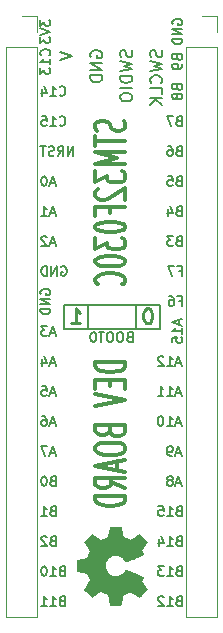
<source format=gbo>
G04 #@! TF.GenerationSoftware,KiCad,Pcbnew,(5.1.6)-1*
G04 #@! TF.CreationDate,2020-06-29T14:48:59-07:00*
G04 #@! TF.ProjectId,devboard,64657662-6f61-4726-942e-6b696361645f,A*
G04 #@! TF.SameCoordinates,PX7c82060PY49a3900*
G04 #@! TF.FileFunction,Legend,Bot*
G04 #@! TF.FilePolarity,Positive*
%FSLAX46Y46*%
G04 Gerber Fmt 4.6, Leading zero omitted, Abs format (unit mm)*
G04 Created by KiCad (PCBNEW (5.1.6)-1) date 2020-06-29 14:48:59*
%MOMM*%
%LPD*%
G01*
G04 APERTURE LIST*
%ADD10C,0.304800*%
%ADD11C,0.152400*%
%ADD12C,0.203200*%
%ADD13C,0.254000*%
%ADD14C,0.010000*%
%ADD15C,0.120000*%
G04 APERTURE END LIST*
D10*
X10172095Y-9071428D02*
X10293047Y-9289142D01*
X10293047Y-9652000D01*
X10172095Y-9797142D01*
X10051142Y-9869714D01*
X9809238Y-9942285D01*
X9567333Y-9942285D01*
X9325428Y-9869714D01*
X9204476Y-9797142D01*
X9083523Y-9652000D01*
X8962571Y-9361714D01*
X8841619Y-9216571D01*
X8720666Y-9144000D01*
X8478761Y-9071428D01*
X8236857Y-9071428D01*
X7994952Y-9144000D01*
X7874000Y-9216571D01*
X7753047Y-9361714D01*
X7753047Y-9724571D01*
X7874000Y-9942285D01*
X7753047Y-10377714D02*
X7753047Y-11248571D01*
X10293047Y-10813142D02*
X7753047Y-10813142D01*
X10293047Y-11756571D02*
X7753047Y-11756571D01*
X9567333Y-12264571D01*
X7753047Y-12772571D01*
X10293047Y-12772571D01*
X7753047Y-13353142D02*
X7753047Y-14296571D01*
X8720666Y-13788571D01*
X8720666Y-14006285D01*
X8841619Y-14151428D01*
X8962571Y-14224000D01*
X9204476Y-14296571D01*
X9809238Y-14296571D01*
X10051142Y-14224000D01*
X10172095Y-14151428D01*
X10293047Y-14006285D01*
X10293047Y-13570857D01*
X10172095Y-13425714D01*
X10051142Y-13353142D01*
X7994952Y-14877142D02*
X7874000Y-14949714D01*
X7753047Y-15094857D01*
X7753047Y-15457714D01*
X7874000Y-15602857D01*
X7994952Y-15675428D01*
X8236857Y-15748000D01*
X8478761Y-15748000D01*
X8841619Y-15675428D01*
X10293047Y-14804571D01*
X10293047Y-15748000D01*
X8962571Y-16909142D02*
X8962571Y-16401142D01*
X10293047Y-16401142D02*
X7753047Y-16401142D01*
X7753047Y-17126857D01*
X7753047Y-17997714D02*
X7753047Y-18142857D01*
X7874000Y-18288000D01*
X7994952Y-18360571D01*
X8236857Y-18433142D01*
X8720666Y-18505714D01*
X9325428Y-18505714D01*
X9809238Y-18433142D01*
X10051142Y-18360571D01*
X10172095Y-18288000D01*
X10293047Y-18142857D01*
X10293047Y-17997714D01*
X10172095Y-17852571D01*
X10051142Y-17780000D01*
X9809238Y-17707428D01*
X9325428Y-17634857D01*
X8720666Y-17634857D01*
X8236857Y-17707428D01*
X7994952Y-17780000D01*
X7874000Y-17852571D01*
X7753047Y-17997714D01*
X7753047Y-19013714D02*
X7753047Y-19957142D01*
X8720666Y-19449142D01*
X8720666Y-19666857D01*
X8841619Y-19812000D01*
X8962571Y-19884571D01*
X9204476Y-19957142D01*
X9809238Y-19957142D01*
X10051142Y-19884571D01*
X10172095Y-19812000D01*
X10293047Y-19666857D01*
X10293047Y-19231428D01*
X10172095Y-19086285D01*
X10051142Y-19013714D01*
X7753047Y-20900571D02*
X7753047Y-21045714D01*
X7874000Y-21190857D01*
X7994952Y-21263428D01*
X8236857Y-21336000D01*
X8720666Y-21408571D01*
X9325428Y-21408571D01*
X9809238Y-21336000D01*
X10051142Y-21263428D01*
X10172095Y-21190857D01*
X10293047Y-21045714D01*
X10293047Y-20900571D01*
X10172095Y-20755428D01*
X10051142Y-20682857D01*
X9809238Y-20610285D01*
X9325428Y-20537714D01*
X8720666Y-20537714D01*
X8236857Y-20610285D01*
X7994952Y-20682857D01*
X7874000Y-20755428D01*
X7753047Y-20900571D01*
X10051142Y-22932571D02*
X10172095Y-22860000D01*
X10293047Y-22642285D01*
X10293047Y-22497142D01*
X10172095Y-22279428D01*
X9930190Y-22134285D01*
X9688285Y-22061714D01*
X9204476Y-21989142D01*
X8841619Y-21989142D01*
X8357809Y-22061714D01*
X8115904Y-22134285D01*
X7874000Y-22279428D01*
X7753047Y-22497142D01*
X7753047Y-22642285D01*
X7874000Y-22860000D01*
X7994952Y-22932571D01*
X10293047Y-29500285D02*
X7753047Y-29500285D01*
X7753047Y-29863142D01*
X7874000Y-30080857D01*
X8115904Y-30226000D01*
X8357809Y-30298571D01*
X8841619Y-30371142D01*
X9204476Y-30371142D01*
X9688285Y-30298571D01*
X9930190Y-30226000D01*
X10172095Y-30080857D01*
X10293047Y-29863142D01*
X10293047Y-29500285D01*
X8962571Y-31024285D02*
X8962571Y-31532285D01*
X10293047Y-31750000D02*
X10293047Y-31024285D01*
X7753047Y-31024285D01*
X7753047Y-31750000D01*
X7753047Y-32185428D02*
X10293047Y-32693428D01*
X7753047Y-33201428D01*
X8962571Y-35378571D02*
X9083523Y-35596285D01*
X9204476Y-35668857D01*
X9446380Y-35741428D01*
X9809238Y-35741428D01*
X10051142Y-35668857D01*
X10172095Y-35596285D01*
X10293047Y-35451142D01*
X10293047Y-34870571D01*
X7753047Y-34870571D01*
X7753047Y-35378571D01*
X7874000Y-35523714D01*
X7994952Y-35596285D01*
X8236857Y-35668857D01*
X8478761Y-35668857D01*
X8720666Y-35596285D01*
X8841619Y-35523714D01*
X8962571Y-35378571D01*
X8962571Y-34870571D01*
X7753047Y-36684857D02*
X7753047Y-36975142D01*
X7874000Y-37120285D01*
X8115904Y-37265428D01*
X8599714Y-37338000D01*
X9446380Y-37338000D01*
X9930190Y-37265428D01*
X10172095Y-37120285D01*
X10293047Y-36975142D01*
X10293047Y-36684857D01*
X10172095Y-36539714D01*
X9930190Y-36394571D01*
X9446380Y-36322000D01*
X8599714Y-36322000D01*
X8115904Y-36394571D01*
X7874000Y-36539714D01*
X7753047Y-36684857D01*
X9567333Y-37918571D02*
X9567333Y-38644285D01*
X10293047Y-37773428D02*
X7753047Y-38281428D01*
X10293047Y-38789428D01*
X10293047Y-40168285D02*
X9083523Y-39660285D01*
X10293047Y-39297428D02*
X7753047Y-39297428D01*
X7753047Y-39878000D01*
X7874000Y-40023142D01*
X7994952Y-40095714D01*
X8236857Y-40168285D01*
X8599714Y-40168285D01*
X8841619Y-40095714D01*
X8962571Y-40023142D01*
X9083523Y-39878000D01*
X9083523Y-39297428D01*
X10293047Y-40821428D02*
X7753047Y-40821428D01*
X7753047Y-41184285D01*
X7874000Y-41402000D01*
X8115904Y-41547142D01*
X8357809Y-41619714D01*
X8841619Y-41692285D01*
X9204476Y-41692285D01*
X9688285Y-41619714D01*
X9930190Y-41547142D01*
X10172095Y-41402000D01*
X10293047Y-41184285D01*
X10293047Y-40821428D01*
D11*
X14803482Y-49725942D02*
X14687368Y-49764647D01*
X14648663Y-49803352D01*
X14609959Y-49880761D01*
X14609959Y-49996876D01*
X14648663Y-50074285D01*
X14687368Y-50112990D01*
X14764778Y-50151695D01*
X15074416Y-50151695D01*
X15074416Y-49338895D01*
X14803482Y-49338895D01*
X14726073Y-49377600D01*
X14687368Y-49416304D01*
X14648663Y-49493714D01*
X14648663Y-49571123D01*
X14687368Y-49648533D01*
X14726073Y-49687238D01*
X14803482Y-49725942D01*
X15074416Y-49725942D01*
X13835863Y-50151695D02*
X14300320Y-50151695D01*
X14068092Y-50151695D02*
X14068092Y-49338895D01*
X14145501Y-49455009D01*
X14222911Y-49532419D01*
X14300320Y-49571123D01*
X13526225Y-49416304D02*
X13487520Y-49377600D01*
X13410111Y-49338895D01*
X13216587Y-49338895D01*
X13139178Y-49377600D01*
X13100473Y-49416304D01*
X13061768Y-49493714D01*
X13061768Y-49571123D01*
X13100473Y-49687238D01*
X13564930Y-50151695D01*
X13061768Y-50151695D01*
X14803482Y-47185942D02*
X14687368Y-47224647D01*
X14648663Y-47263352D01*
X14609959Y-47340761D01*
X14609959Y-47456876D01*
X14648663Y-47534285D01*
X14687368Y-47572990D01*
X14764778Y-47611695D01*
X15074416Y-47611695D01*
X15074416Y-46798895D01*
X14803482Y-46798895D01*
X14726073Y-46837600D01*
X14687368Y-46876304D01*
X14648663Y-46953714D01*
X14648663Y-47031123D01*
X14687368Y-47108533D01*
X14726073Y-47147238D01*
X14803482Y-47185942D01*
X15074416Y-47185942D01*
X13835863Y-47611695D02*
X14300320Y-47611695D01*
X14068092Y-47611695D02*
X14068092Y-46798895D01*
X14145501Y-46915009D01*
X14222911Y-46992419D01*
X14300320Y-47031123D01*
X13564930Y-46798895D02*
X13061768Y-46798895D01*
X13332701Y-47108533D01*
X13216587Y-47108533D01*
X13139178Y-47147238D01*
X13100473Y-47185942D01*
X13061768Y-47263352D01*
X13061768Y-47456876D01*
X13100473Y-47534285D01*
X13139178Y-47572990D01*
X13216587Y-47611695D01*
X13448816Y-47611695D01*
X13526225Y-47572990D01*
X13564930Y-47534285D01*
X14803482Y-44645942D02*
X14687368Y-44684647D01*
X14648663Y-44723352D01*
X14609959Y-44800761D01*
X14609959Y-44916876D01*
X14648663Y-44994285D01*
X14687368Y-45032990D01*
X14764778Y-45071695D01*
X15074416Y-45071695D01*
X15074416Y-44258895D01*
X14803482Y-44258895D01*
X14726073Y-44297600D01*
X14687368Y-44336304D01*
X14648663Y-44413714D01*
X14648663Y-44491123D01*
X14687368Y-44568533D01*
X14726073Y-44607238D01*
X14803482Y-44645942D01*
X15074416Y-44645942D01*
X13835863Y-45071695D02*
X14300320Y-45071695D01*
X14068092Y-45071695D02*
X14068092Y-44258895D01*
X14145501Y-44375009D01*
X14222911Y-44452419D01*
X14300320Y-44491123D01*
X13139178Y-44529828D02*
X13139178Y-45071695D01*
X13332701Y-44220190D02*
X13526225Y-44800761D01*
X13023063Y-44800761D01*
X14803482Y-42105942D02*
X14687368Y-42144647D01*
X14648663Y-42183352D01*
X14609959Y-42260761D01*
X14609959Y-42376876D01*
X14648663Y-42454285D01*
X14687368Y-42492990D01*
X14764778Y-42531695D01*
X15074416Y-42531695D01*
X15074416Y-41718895D01*
X14803482Y-41718895D01*
X14726073Y-41757600D01*
X14687368Y-41796304D01*
X14648663Y-41873714D01*
X14648663Y-41951123D01*
X14687368Y-42028533D01*
X14726073Y-42067238D01*
X14803482Y-42105942D01*
X15074416Y-42105942D01*
X13835863Y-42531695D02*
X14300320Y-42531695D01*
X14068092Y-42531695D02*
X14068092Y-41718895D01*
X14145501Y-41835009D01*
X14222911Y-41912419D01*
X14300320Y-41951123D01*
X13100473Y-41718895D02*
X13487520Y-41718895D01*
X13526225Y-42105942D01*
X13487520Y-42067238D01*
X13410111Y-42028533D01*
X13216587Y-42028533D01*
X13139178Y-42067238D01*
X13100473Y-42105942D01*
X13061768Y-42183352D01*
X13061768Y-42376876D01*
X13100473Y-42454285D01*
X13139178Y-42492990D01*
X13216587Y-42531695D01*
X13410111Y-42531695D01*
X13487520Y-42492990D01*
X13526225Y-42454285D01*
X14986120Y-39759466D02*
X14599073Y-39759466D01*
X15063530Y-39991695D02*
X14792597Y-39178895D01*
X14521663Y-39991695D01*
X14134616Y-39527238D02*
X14212025Y-39488533D01*
X14250730Y-39449828D01*
X14289435Y-39372419D01*
X14289435Y-39333714D01*
X14250730Y-39256304D01*
X14212025Y-39217600D01*
X14134616Y-39178895D01*
X13979797Y-39178895D01*
X13902387Y-39217600D01*
X13863682Y-39256304D01*
X13824978Y-39333714D01*
X13824978Y-39372419D01*
X13863682Y-39449828D01*
X13902387Y-39488533D01*
X13979797Y-39527238D01*
X14134616Y-39527238D01*
X14212025Y-39565942D01*
X14250730Y-39604647D01*
X14289435Y-39682057D01*
X14289435Y-39836876D01*
X14250730Y-39914285D01*
X14212025Y-39952990D01*
X14134616Y-39991695D01*
X13979797Y-39991695D01*
X13902387Y-39952990D01*
X13863682Y-39914285D01*
X13824978Y-39836876D01*
X13824978Y-39682057D01*
X13863682Y-39604647D01*
X13902387Y-39565942D01*
X13979797Y-39527238D01*
X14986120Y-37219466D02*
X14599073Y-37219466D01*
X15063530Y-37451695D02*
X14792597Y-36638895D01*
X14521663Y-37451695D01*
X14212025Y-37451695D02*
X14057206Y-37451695D01*
X13979797Y-37412990D01*
X13941092Y-37374285D01*
X13863682Y-37258171D01*
X13824978Y-37103352D01*
X13824978Y-36793714D01*
X13863682Y-36716304D01*
X13902387Y-36677600D01*
X13979797Y-36638895D01*
X14134616Y-36638895D01*
X14212025Y-36677600D01*
X14250730Y-36716304D01*
X14289435Y-36793714D01*
X14289435Y-36987238D01*
X14250730Y-37064647D01*
X14212025Y-37103352D01*
X14134616Y-37142057D01*
X13979797Y-37142057D01*
X13902387Y-37103352D01*
X13863682Y-37064647D01*
X13824978Y-36987238D01*
X14986120Y-34679466D02*
X14599073Y-34679466D01*
X15063530Y-34911695D02*
X14792597Y-34098895D01*
X14521663Y-34911695D01*
X13824978Y-34911695D02*
X14289435Y-34911695D01*
X14057206Y-34911695D02*
X14057206Y-34098895D01*
X14134616Y-34215009D01*
X14212025Y-34292419D01*
X14289435Y-34331123D01*
X13321816Y-34098895D02*
X13244406Y-34098895D01*
X13166997Y-34137600D01*
X13128292Y-34176304D01*
X13089587Y-34253714D01*
X13050882Y-34408533D01*
X13050882Y-34602057D01*
X13089587Y-34756876D01*
X13128292Y-34834285D01*
X13166997Y-34872990D01*
X13244406Y-34911695D01*
X13321816Y-34911695D01*
X13399225Y-34872990D01*
X13437930Y-34834285D01*
X13476635Y-34756876D01*
X13515340Y-34602057D01*
X13515340Y-34408533D01*
X13476635Y-34253714D01*
X13437930Y-34176304D01*
X13399225Y-34137600D01*
X13321816Y-34098895D01*
X14986120Y-32139466D02*
X14599073Y-32139466D01*
X15063530Y-32371695D02*
X14792597Y-31558895D01*
X14521663Y-32371695D01*
X13824978Y-32371695D02*
X14289435Y-32371695D01*
X14057206Y-32371695D02*
X14057206Y-31558895D01*
X14134616Y-31675009D01*
X14212025Y-31752419D01*
X14289435Y-31791123D01*
X13050882Y-32371695D02*
X13515340Y-32371695D01*
X13283111Y-32371695D02*
X13283111Y-31558895D01*
X13360520Y-31675009D01*
X13437930Y-31752419D01*
X13515340Y-31791123D01*
X14986120Y-29599466D02*
X14599073Y-29599466D01*
X15063530Y-29831695D02*
X14792597Y-29018895D01*
X14521663Y-29831695D01*
X13824978Y-29831695D02*
X14289435Y-29831695D01*
X14057206Y-29831695D02*
X14057206Y-29018895D01*
X14134616Y-29135009D01*
X14212025Y-29212419D01*
X14289435Y-29251123D01*
X13515340Y-29096304D02*
X13476635Y-29057600D01*
X13399225Y-29018895D01*
X13205701Y-29018895D01*
X13128292Y-29057600D01*
X13089587Y-29096304D01*
X13050882Y-29173714D01*
X13050882Y-29251123D01*
X13089587Y-29367238D01*
X13554044Y-29831695D01*
X13050882Y-29831695D01*
X14867466Y-25956380D02*
X14867466Y-26343428D01*
X15099695Y-25878971D02*
X14286895Y-26149904D01*
X15099695Y-26420838D01*
X15099695Y-27117523D02*
X15099695Y-26653066D01*
X15099695Y-26885295D02*
X14286895Y-26885295D01*
X14403009Y-26807885D01*
X14480419Y-26730476D01*
X14519123Y-26653066D01*
X14286895Y-27852914D02*
X14286895Y-27465866D01*
X14673942Y-27427161D01*
X14635238Y-27465866D01*
X14596533Y-27543276D01*
X14596533Y-27736800D01*
X14635238Y-27814209D01*
X14673942Y-27852914D01*
X14751352Y-27891619D01*
X14944876Y-27891619D01*
X15022285Y-27852914D01*
X15060990Y-27814209D01*
X15099695Y-27736800D01*
X15099695Y-27543276D01*
X15060990Y-27465866D01*
X15022285Y-27427161D01*
X14803482Y-24325942D02*
X15074416Y-24325942D01*
X15074416Y-24751695D02*
X15074416Y-23938895D01*
X14687368Y-23938895D01*
X14029387Y-23938895D02*
X14184206Y-23938895D01*
X14261616Y-23977600D01*
X14300320Y-24016304D01*
X14377730Y-24132419D01*
X14416435Y-24287238D01*
X14416435Y-24596876D01*
X14377730Y-24674285D01*
X14339025Y-24712990D01*
X14261616Y-24751695D01*
X14106797Y-24751695D01*
X14029387Y-24712990D01*
X13990682Y-24674285D01*
X13951978Y-24596876D01*
X13951978Y-24403352D01*
X13990682Y-24325942D01*
X14029387Y-24287238D01*
X14106797Y-24248533D01*
X14261616Y-24248533D01*
X14339025Y-24287238D01*
X14377730Y-24325942D01*
X14416435Y-24403352D01*
X14803482Y-21785942D02*
X15074416Y-21785942D01*
X15074416Y-22211695D02*
X15074416Y-21398895D01*
X14687368Y-21398895D01*
X14455140Y-21398895D02*
X13913273Y-21398895D01*
X14261616Y-22211695D01*
X14803482Y-19245942D02*
X14687368Y-19284647D01*
X14648663Y-19323352D01*
X14609959Y-19400761D01*
X14609959Y-19516876D01*
X14648663Y-19594285D01*
X14687368Y-19632990D01*
X14764778Y-19671695D01*
X15074416Y-19671695D01*
X15074416Y-18858895D01*
X14803482Y-18858895D01*
X14726073Y-18897600D01*
X14687368Y-18936304D01*
X14648663Y-19013714D01*
X14648663Y-19091123D01*
X14687368Y-19168533D01*
X14726073Y-19207238D01*
X14803482Y-19245942D01*
X15074416Y-19245942D01*
X14339025Y-18858895D02*
X13835863Y-18858895D01*
X14106797Y-19168533D01*
X13990682Y-19168533D01*
X13913273Y-19207238D01*
X13874568Y-19245942D01*
X13835863Y-19323352D01*
X13835863Y-19516876D01*
X13874568Y-19594285D01*
X13913273Y-19632990D01*
X13990682Y-19671695D01*
X14222911Y-19671695D01*
X14300320Y-19632990D01*
X14339025Y-19594285D01*
X14803482Y-16705942D02*
X14687368Y-16744647D01*
X14648663Y-16783352D01*
X14609959Y-16860761D01*
X14609959Y-16976876D01*
X14648663Y-17054285D01*
X14687368Y-17092990D01*
X14764778Y-17131695D01*
X15074416Y-17131695D01*
X15074416Y-16318895D01*
X14803482Y-16318895D01*
X14726073Y-16357600D01*
X14687368Y-16396304D01*
X14648663Y-16473714D01*
X14648663Y-16551123D01*
X14687368Y-16628533D01*
X14726073Y-16667238D01*
X14803482Y-16705942D01*
X15074416Y-16705942D01*
X13913273Y-16589828D02*
X13913273Y-17131695D01*
X14106797Y-16280190D02*
X14300320Y-16860761D01*
X13797159Y-16860761D01*
X14803482Y-14165942D02*
X14687368Y-14204647D01*
X14648663Y-14243352D01*
X14609959Y-14320761D01*
X14609959Y-14436876D01*
X14648663Y-14514285D01*
X14687368Y-14552990D01*
X14764778Y-14591695D01*
X15074416Y-14591695D01*
X15074416Y-13778895D01*
X14803482Y-13778895D01*
X14726073Y-13817600D01*
X14687368Y-13856304D01*
X14648663Y-13933714D01*
X14648663Y-14011123D01*
X14687368Y-14088533D01*
X14726073Y-14127238D01*
X14803482Y-14165942D01*
X15074416Y-14165942D01*
X13874568Y-13778895D02*
X14261616Y-13778895D01*
X14300320Y-14165942D01*
X14261616Y-14127238D01*
X14184206Y-14088533D01*
X13990682Y-14088533D01*
X13913273Y-14127238D01*
X13874568Y-14165942D01*
X13835863Y-14243352D01*
X13835863Y-14436876D01*
X13874568Y-14514285D01*
X13913273Y-14552990D01*
X13990682Y-14591695D01*
X14184206Y-14591695D01*
X14261616Y-14552990D01*
X14300320Y-14514285D01*
X14803482Y-11625942D02*
X14687368Y-11664647D01*
X14648663Y-11703352D01*
X14609959Y-11780761D01*
X14609959Y-11896876D01*
X14648663Y-11974285D01*
X14687368Y-12012990D01*
X14764778Y-12051695D01*
X15074416Y-12051695D01*
X15074416Y-11238895D01*
X14803482Y-11238895D01*
X14726073Y-11277600D01*
X14687368Y-11316304D01*
X14648663Y-11393714D01*
X14648663Y-11471123D01*
X14687368Y-11548533D01*
X14726073Y-11587238D01*
X14803482Y-11625942D01*
X15074416Y-11625942D01*
X13913273Y-11238895D02*
X14068092Y-11238895D01*
X14145501Y-11277600D01*
X14184206Y-11316304D01*
X14261616Y-11432419D01*
X14300320Y-11587238D01*
X14300320Y-11896876D01*
X14261616Y-11974285D01*
X14222911Y-12012990D01*
X14145501Y-12051695D01*
X13990682Y-12051695D01*
X13913273Y-12012990D01*
X13874568Y-11974285D01*
X13835863Y-11896876D01*
X13835863Y-11703352D01*
X13874568Y-11625942D01*
X13913273Y-11587238D01*
X13990682Y-11548533D01*
X14145501Y-11548533D01*
X14222911Y-11587238D01*
X14261616Y-11625942D01*
X14300320Y-11703352D01*
X14803482Y-9085942D02*
X14687368Y-9124647D01*
X14648663Y-9163352D01*
X14609959Y-9240761D01*
X14609959Y-9356876D01*
X14648663Y-9434285D01*
X14687368Y-9472990D01*
X14764778Y-9511695D01*
X15074416Y-9511695D01*
X15074416Y-8698895D01*
X14803482Y-8698895D01*
X14726073Y-8737600D01*
X14687368Y-8776304D01*
X14648663Y-8853714D01*
X14648663Y-8931123D01*
X14687368Y-9008533D01*
X14726073Y-9047238D01*
X14803482Y-9085942D01*
X15074416Y-9085942D01*
X14339025Y-8698895D02*
X13797159Y-8698895D01*
X14145501Y-9511695D01*
X14673942Y-6275009D02*
X14712647Y-6391123D01*
X14751352Y-6429828D01*
X14828761Y-6468533D01*
X14944876Y-6468533D01*
X15022285Y-6429828D01*
X15060990Y-6391123D01*
X15099695Y-6313714D01*
X15099695Y-6004076D01*
X14286895Y-6004076D01*
X14286895Y-6275009D01*
X14325600Y-6352419D01*
X14364304Y-6391123D01*
X14441714Y-6429828D01*
X14519123Y-6429828D01*
X14596533Y-6391123D01*
X14635238Y-6352419D01*
X14673942Y-6275009D01*
X14673942Y-6004076D01*
X14635238Y-6932990D02*
X14596533Y-6855580D01*
X14557828Y-6816876D01*
X14480419Y-6778171D01*
X14441714Y-6778171D01*
X14364304Y-6816876D01*
X14325600Y-6855580D01*
X14286895Y-6932990D01*
X14286895Y-7087809D01*
X14325600Y-7165219D01*
X14364304Y-7203923D01*
X14441714Y-7242628D01*
X14480419Y-7242628D01*
X14557828Y-7203923D01*
X14596533Y-7165219D01*
X14635238Y-7087809D01*
X14635238Y-6932990D01*
X14673942Y-6855580D01*
X14712647Y-6816876D01*
X14790057Y-6778171D01*
X14944876Y-6778171D01*
X15022285Y-6816876D01*
X15060990Y-6855580D01*
X15099695Y-6932990D01*
X15099695Y-7087809D01*
X15060990Y-7165219D01*
X15022285Y-7203923D01*
X14944876Y-7242628D01*
X14790057Y-7242628D01*
X14712647Y-7203923D01*
X14673942Y-7165219D01*
X14635238Y-7087809D01*
X14673942Y-3735009D02*
X14712647Y-3851123D01*
X14751352Y-3889828D01*
X14828761Y-3928533D01*
X14944876Y-3928533D01*
X15022285Y-3889828D01*
X15060990Y-3851123D01*
X15099695Y-3773714D01*
X15099695Y-3464076D01*
X14286895Y-3464076D01*
X14286895Y-3735009D01*
X14325600Y-3812419D01*
X14364304Y-3851123D01*
X14441714Y-3889828D01*
X14519123Y-3889828D01*
X14596533Y-3851123D01*
X14635238Y-3812419D01*
X14673942Y-3735009D01*
X14673942Y-3464076D01*
X15099695Y-4315580D02*
X15099695Y-4470400D01*
X15060990Y-4547809D01*
X15022285Y-4586514D01*
X14906171Y-4663923D01*
X14751352Y-4702628D01*
X14441714Y-4702628D01*
X14364304Y-4663923D01*
X14325600Y-4625219D01*
X14286895Y-4547809D01*
X14286895Y-4392990D01*
X14325600Y-4315580D01*
X14364304Y-4276876D01*
X14441714Y-4238171D01*
X14635238Y-4238171D01*
X14712647Y-4276876D01*
X14751352Y-4315580D01*
X14790057Y-4392990D01*
X14790057Y-4547809D01*
X14751352Y-4625219D01*
X14712647Y-4663923D01*
X14635238Y-4702628D01*
X14325600Y-904723D02*
X14286895Y-827314D01*
X14286895Y-711200D01*
X14325600Y-595085D01*
X14403009Y-517676D01*
X14480419Y-478971D01*
X14635238Y-440266D01*
X14751352Y-440266D01*
X14906171Y-478971D01*
X14983580Y-517676D01*
X15060990Y-595085D01*
X15099695Y-711200D01*
X15099695Y-788609D01*
X15060990Y-904723D01*
X15022285Y-943428D01*
X14751352Y-943428D01*
X14751352Y-788609D01*
X15099695Y-1291771D02*
X14286895Y-1291771D01*
X15099695Y-1756228D01*
X14286895Y-1756228D01*
X15099695Y-2143276D02*
X14286895Y-2143276D01*
X14286895Y-2336800D01*
X14325600Y-2452914D01*
X14403009Y-2530323D01*
X14480419Y-2569028D01*
X14635238Y-2607733D01*
X14751352Y-2607733D01*
X14906171Y-2569028D01*
X14983580Y-2530323D01*
X15060990Y-2452914D01*
X15099695Y-2336800D01*
X15099695Y-2143276D01*
X4916593Y-49725942D02*
X4800479Y-49764647D01*
X4761774Y-49803352D01*
X4723069Y-49880761D01*
X4723069Y-49996876D01*
X4761774Y-50074285D01*
X4800479Y-50112990D01*
X4877888Y-50151695D01*
X5187526Y-50151695D01*
X5187526Y-49338895D01*
X4916593Y-49338895D01*
X4839183Y-49377600D01*
X4800479Y-49416304D01*
X4761774Y-49493714D01*
X4761774Y-49571123D01*
X4800479Y-49648533D01*
X4839183Y-49687238D01*
X4916593Y-49725942D01*
X5187526Y-49725942D01*
X3948974Y-50151695D02*
X4413431Y-50151695D01*
X4181202Y-50151695D02*
X4181202Y-49338895D01*
X4258612Y-49455009D01*
X4336021Y-49532419D01*
X4413431Y-49571123D01*
X3174879Y-50151695D02*
X3639336Y-50151695D01*
X3407107Y-50151695D02*
X3407107Y-49338895D01*
X3484517Y-49455009D01*
X3561926Y-49532419D01*
X3639336Y-49571123D01*
X4916593Y-47185942D02*
X4800479Y-47224647D01*
X4761774Y-47263352D01*
X4723069Y-47340761D01*
X4723069Y-47456876D01*
X4761774Y-47534285D01*
X4800479Y-47572990D01*
X4877888Y-47611695D01*
X5187526Y-47611695D01*
X5187526Y-46798895D01*
X4916593Y-46798895D01*
X4839183Y-46837600D01*
X4800479Y-46876304D01*
X4761774Y-46953714D01*
X4761774Y-47031123D01*
X4800479Y-47108533D01*
X4839183Y-47147238D01*
X4916593Y-47185942D01*
X5187526Y-47185942D01*
X3948974Y-47611695D02*
X4413431Y-47611695D01*
X4181202Y-47611695D02*
X4181202Y-46798895D01*
X4258612Y-46915009D01*
X4336021Y-46992419D01*
X4413431Y-47031123D01*
X3445812Y-46798895D02*
X3368402Y-46798895D01*
X3290993Y-46837600D01*
X3252288Y-46876304D01*
X3213583Y-46953714D01*
X3174879Y-47108533D01*
X3174879Y-47302057D01*
X3213583Y-47456876D01*
X3252288Y-47534285D01*
X3290993Y-47572990D01*
X3368402Y-47611695D01*
X3445812Y-47611695D01*
X3523221Y-47572990D01*
X3561926Y-47534285D01*
X3600631Y-47456876D01*
X3639336Y-47302057D01*
X3639336Y-47108533D01*
X3600631Y-46953714D01*
X3561926Y-46876304D01*
X3523221Y-46837600D01*
X3445812Y-46798895D01*
X4142498Y-44645942D02*
X4026383Y-44684647D01*
X3987679Y-44723352D01*
X3948974Y-44800761D01*
X3948974Y-44916876D01*
X3987679Y-44994285D01*
X4026383Y-45032990D01*
X4103793Y-45071695D01*
X4413431Y-45071695D01*
X4413431Y-44258895D01*
X4142498Y-44258895D01*
X4065088Y-44297600D01*
X4026383Y-44336304D01*
X3987679Y-44413714D01*
X3987679Y-44491123D01*
X4026383Y-44568533D01*
X4065088Y-44607238D01*
X4142498Y-44645942D01*
X4413431Y-44645942D01*
X3639336Y-44336304D02*
X3600631Y-44297600D01*
X3523221Y-44258895D01*
X3329698Y-44258895D01*
X3252288Y-44297600D01*
X3213583Y-44336304D01*
X3174879Y-44413714D01*
X3174879Y-44491123D01*
X3213583Y-44607238D01*
X3678040Y-45071695D01*
X3174879Y-45071695D01*
X4142498Y-42105942D02*
X4026383Y-42144647D01*
X3987679Y-42183352D01*
X3948974Y-42260761D01*
X3948974Y-42376876D01*
X3987679Y-42454285D01*
X4026383Y-42492990D01*
X4103793Y-42531695D01*
X4413431Y-42531695D01*
X4413431Y-41718895D01*
X4142498Y-41718895D01*
X4065088Y-41757600D01*
X4026383Y-41796304D01*
X3987679Y-41873714D01*
X3987679Y-41951123D01*
X4026383Y-42028533D01*
X4065088Y-42067238D01*
X4142498Y-42105942D01*
X4413431Y-42105942D01*
X3174879Y-42531695D02*
X3639336Y-42531695D01*
X3407107Y-42531695D02*
X3407107Y-41718895D01*
X3484517Y-41835009D01*
X3561926Y-41912419D01*
X3639336Y-41951123D01*
X4142498Y-39565942D02*
X4026383Y-39604647D01*
X3987679Y-39643352D01*
X3948974Y-39720761D01*
X3948974Y-39836876D01*
X3987679Y-39914285D01*
X4026383Y-39952990D01*
X4103793Y-39991695D01*
X4413431Y-39991695D01*
X4413431Y-39178895D01*
X4142498Y-39178895D01*
X4065088Y-39217600D01*
X4026383Y-39256304D01*
X3987679Y-39333714D01*
X3987679Y-39411123D01*
X4026383Y-39488533D01*
X4065088Y-39527238D01*
X4142498Y-39565942D01*
X4413431Y-39565942D01*
X3445812Y-39178895D02*
X3368402Y-39178895D01*
X3290993Y-39217600D01*
X3252288Y-39256304D01*
X3213583Y-39333714D01*
X3174879Y-39488533D01*
X3174879Y-39682057D01*
X3213583Y-39836876D01*
X3252288Y-39914285D01*
X3290993Y-39952990D01*
X3368402Y-39991695D01*
X3445812Y-39991695D01*
X3523221Y-39952990D01*
X3561926Y-39914285D01*
X3600631Y-39836876D01*
X3639336Y-39682057D01*
X3639336Y-39488533D01*
X3600631Y-39333714D01*
X3561926Y-39256304D01*
X3523221Y-39217600D01*
X3445812Y-39178895D01*
X4336021Y-37219466D02*
X3948974Y-37219466D01*
X4413431Y-37451695D02*
X4142498Y-36638895D01*
X3871564Y-37451695D01*
X3678040Y-36638895D02*
X3136174Y-36638895D01*
X3484517Y-37451695D01*
X4336021Y-34679466D02*
X3948974Y-34679466D01*
X4413431Y-34911695D02*
X4142498Y-34098895D01*
X3871564Y-34911695D01*
X3252288Y-34098895D02*
X3407107Y-34098895D01*
X3484517Y-34137600D01*
X3523221Y-34176304D01*
X3600631Y-34292419D01*
X3639336Y-34447238D01*
X3639336Y-34756876D01*
X3600631Y-34834285D01*
X3561926Y-34872990D01*
X3484517Y-34911695D01*
X3329698Y-34911695D01*
X3252288Y-34872990D01*
X3213583Y-34834285D01*
X3174879Y-34756876D01*
X3174879Y-34563352D01*
X3213583Y-34485942D01*
X3252288Y-34447238D01*
X3329698Y-34408533D01*
X3484517Y-34408533D01*
X3561926Y-34447238D01*
X3600631Y-34485942D01*
X3639336Y-34563352D01*
D12*
X13365238Y-3119603D02*
X13413619Y-3264746D01*
X13413619Y-3506651D01*
X13365238Y-3603413D01*
X13316857Y-3651794D01*
X13220095Y-3700175D01*
X13123333Y-3700175D01*
X13026571Y-3651794D01*
X12978190Y-3603413D01*
X12929809Y-3506651D01*
X12881428Y-3313127D01*
X12833047Y-3216365D01*
X12784666Y-3167984D01*
X12687904Y-3119603D01*
X12591142Y-3119603D01*
X12494380Y-3167984D01*
X12446000Y-3216365D01*
X12397619Y-3313127D01*
X12397619Y-3555032D01*
X12446000Y-3700175D01*
X12397619Y-4038841D02*
X13413619Y-4280746D01*
X12687904Y-4474270D01*
X13413619Y-4667794D01*
X12397619Y-4909699D01*
X13316857Y-5877318D02*
X13365238Y-5828937D01*
X13413619Y-5683794D01*
X13413619Y-5587032D01*
X13365238Y-5441889D01*
X13268476Y-5345127D01*
X13171714Y-5296746D01*
X12978190Y-5248365D01*
X12833047Y-5248365D01*
X12639523Y-5296746D01*
X12542761Y-5345127D01*
X12446000Y-5441889D01*
X12397619Y-5587032D01*
X12397619Y-5683794D01*
X12446000Y-5828937D01*
X12494380Y-5877318D01*
X13413619Y-6796556D02*
X13413619Y-6312746D01*
X12397619Y-6312746D01*
X13413619Y-7135222D02*
X12397619Y-7135222D01*
X13413619Y-7715794D02*
X12833047Y-7280365D01*
X12397619Y-7715794D02*
X12978190Y-7135222D01*
X10825238Y-3119603D02*
X10873619Y-3264746D01*
X10873619Y-3506651D01*
X10825238Y-3603413D01*
X10776857Y-3651794D01*
X10680095Y-3700175D01*
X10583333Y-3700175D01*
X10486571Y-3651794D01*
X10438190Y-3603413D01*
X10389809Y-3506651D01*
X10341428Y-3313127D01*
X10293047Y-3216365D01*
X10244666Y-3167984D01*
X10147904Y-3119603D01*
X10051142Y-3119603D01*
X9954380Y-3167984D01*
X9906000Y-3216365D01*
X9857619Y-3313127D01*
X9857619Y-3555032D01*
X9906000Y-3700175D01*
X9857619Y-4038841D02*
X10873619Y-4280746D01*
X10147904Y-4474270D01*
X10873619Y-4667794D01*
X9857619Y-4909699D01*
X10873619Y-5296746D02*
X9857619Y-5296746D01*
X9857619Y-5538651D01*
X9906000Y-5683794D01*
X10002761Y-5780556D01*
X10099523Y-5828937D01*
X10293047Y-5877318D01*
X10438190Y-5877318D01*
X10631714Y-5828937D01*
X10728476Y-5780556D01*
X10825238Y-5683794D01*
X10873619Y-5538651D01*
X10873619Y-5296746D01*
X10873619Y-6312746D02*
X9857619Y-6312746D01*
X9857619Y-6990080D02*
X9857619Y-7183603D01*
X9906000Y-7280365D01*
X10002761Y-7377127D01*
X10196285Y-7425508D01*
X10534952Y-7425508D01*
X10728476Y-7377127D01*
X10825238Y-7280365D01*
X10873619Y-7183603D01*
X10873619Y-6990080D01*
X10825238Y-6893318D01*
X10728476Y-6796556D01*
X10534952Y-6748175D01*
X10196285Y-6748175D01*
X10002761Y-6796556D01*
X9906000Y-6893318D01*
X9857619Y-6990080D01*
X7366000Y-3700175D02*
X7317619Y-3603413D01*
X7317619Y-3458270D01*
X7366000Y-3313127D01*
X7462761Y-3216365D01*
X7559523Y-3167984D01*
X7753047Y-3119603D01*
X7898190Y-3119603D01*
X8091714Y-3167984D01*
X8188476Y-3216365D01*
X8285238Y-3313127D01*
X8333619Y-3458270D01*
X8333619Y-3555032D01*
X8285238Y-3700175D01*
X8236857Y-3748556D01*
X7898190Y-3748556D01*
X7898190Y-3555032D01*
X8333619Y-4183984D02*
X7317619Y-4183984D01*
X8333619Y-4764556D01*
X7317619Y-4764556D01*
X8333619Y-5248365D02*
X7317619Y-5248365D01*
X7317619Y-5490270D01*
X7366000Y-5635413D01*
X7462761Y-5732175D01*
X7559523Y-5780556D01*
X7753047Y-5828937D01*
X7898190Y-5828937D01*
X8091714Y-5780556D01*
X8188476Y-5732175D01*
X8285238Y-5635413D01*
X8333619Y-5490270D01*
X8333619Y-5248365D01*
X4777619Y-3217333D02*
X5793619Y-3556000D01*
X4777619Y-3894666D01*
D11*
X4336021Y-32139466D02*
X3948974Y-32139466D01*
X4413431Y-32371695D02*
X4142498Y-31558895D01*
X3871564Y-32371695D01*
X3213583Y-31558895D02*
X3600631Y-31558895D01*
X3639336Y-31945942D01*
X3600631Y-31907238D01*
X3523221Y-31868533D01*
X3329698Y-31868533D01*
X3252288Y-31907238D01*
X3213583Y-31945942D01*
X3174879Y-32023352D01*
X3174879Y-32216876D01*
X3213583Y-32294285D01*
X3252288Y-32332990D01*
X3329698Y-32371695D01*
X3523221Y-32371695D01*
X3600631Y-32332990D01*
X3639336Y-32294285D01*
X4336021Y-29599466D02*
X3948974Y-29599466D01*
X4413431Y-29831695D02*
X4142498Y-29018895D01*
X3871564Y-29831695D01*
X3252288Y-29289828D02*
X3252288Y-29831695D01*
X3445812Y-28980190D02*
X3639336Y-29560761D01*
X3136174Y-29560761D01*
X4336021Y-27059466D02*
X3948974Y-27059466D01*
X4413431Y-27291695D02*
X4142498Y-26478895D01*
X3871564Y-27291695D01*
X3678040Y-26478895D02*
X3174879Y-26478895D01*
X3445812Y-26788533D01*
X3329698Y-26788533D01*
X3252288Y-26827238D01*
X3213583Y-26865942D01*
X3174879Y-26943352D01*
X3174879Y-27136876D01*
X3213583Y-27214285D01*
X3252288Y-27252990D01*
X3329698Y-27291695D01*
X3561926Y-27291695D01*
X3639336Y-27252990D01*
X3678040Y-27214285D01*
X3149600Y-23764723D02*
X3110895Y-23687314D01*
X3110895Y-23571200D01*
X3149600Y-23455085D01*
X3227009Y-23377676D01*
X3304419Y-23338971D01*
X3459238Y-23300266D01*
X3575352Y-23300266D01*
X3730171Y-23338971D01*
X3807580Y-23377676D01*
X3884990Y-23455085D01*
X3923695Y-23571200D01*
X3923695Y-23648609D01*
X3884990Y-23764723D01*
X3846285Y-23803428D01*
X3575352Y-23803428D01*
X3575352Y-23648609D01*
X3923695Y-24151771D02*
X3110895Y-24151771D01*
X3923695Y-24616228D01*
X3110895Y-24616228D01*
X3923695Y-25003276D02*
X3110895Y-25003276D01*
X3110895Y-25196800D01*
X3149600Y-25312914D01*
X3227009Y-25390323D01*
X3304419Y-25429028D01*
X3459238Y-25467733D01*
X3575352Y-25467733D01*
X3730171Y-25429028D01*
X3807580Y-25390323D01*
X3884990Y-25312914D01*
X3923695Y-25196800D01*
X3923695Y-25003276D01*
X4877888Y-21437600D02*
X4955298Y-21398895D01*
X5071412Y-21398895D01*
X5187526Y-21437600D01*
X5264936Y-21515009D01*
X5303640Y-21592419D01*
X5342345Y-21747238D01*
X5342345Y-21863352D01*
X5303640Y-22018171D01*
X5264936Y-22095580D01*
X5187526Y-22172990D01*
X5071412Y-22211695D01*
X4994002Y-22211695D01*
X4877888Y-22172990D01*
X4839183Y-22134285D01*
X4839183Y-21863352D01*
X4994002Y-21863352D01*
X4490840Y-22211695D02*
X4490840Y-21398895D01*
X4026383Y-22211695D01*
X4026383Y-21398895D01*
X3639336Y-22211695D02*
X3639336Y-21398895D01*
X3445812Y-21398895D01*
X3329698Y-21437600D01*
X3252288Y-21515009D01*
X3213583Y-21592419D01*
X3174879Y-21747238D01*
X3174879Y-21863352D01*
X3213583Y-22018171D01*
X3252288Y-22095580D01*
X3329698Y-22172990D01*
X3445812Y-22211695D01*
X3639336Y-22211695D01*
X4336021Y-19439466D02*
X3948974Y-19439466D01*
X4413431Y-19671695D02*
X4142498Y-18858895D01*
X3871564Y-19671695D01*
X3639336Y-18936304D02*
X3600631Y-18897600D01*
X3523221Y-18858895D01*
X3329698Y-18858895D01*
X3252288Y-18897600D01*
X3213583Y-18936304D01*
X3174879Y-19013714D01*
X3174879Y-19091123D01*
X3213583Y-19207238D01*
X3678040Y-19671695D01*
X3174879Y-19671695D01*
X4336021Y-16899466D02*
X3948974Y-16899466D01*
X4413431Y-17131695D02*
X4142498Y-16318895D01*
X3871564Y-17131695D01*
X3174879Y-17131695D02*
X3639336Y-17131695D01*
X3407107Y-17131695D02*
X3407107Y-16318895D01*
X3484517Y-16435009D01*
X3561926Y-16512419D01*
X3639336Y-16551123D01*
X4336021Y-14359466D02*
X3948974Y-14359466D01*
X4413431Y-14591695D02*
X4142498Y-13778895D01*
X3871564Y-14591695D01*
X3445812Y-13778895D02*
X3368402Y-13778895D01*
X3290993Y-13817600D01*
X3252288Y-13856304D01*
X3213583Y-13933714D01*
X3174879Y-14088533D01*
X3174879Y-14282057D01*
X3213583Y-14436876D01*
X3252288Y-14514285D01*
X3290993Y-14552990D01*
X3368402Y-14591695D01*
X3445812Y-14591695D01*
X3523221Y-14552990D01*
X3561926Y-14514285D01*
X3600631Y-14436876D01*
X3639336Y-14282057D01*
X3639336Y-14088533D01*
X3600631Y-13933714D01*
X3561926Y-13856304D01*
X3523221Y-13817600D01*
X3445812Y-13778895D01*
X5884212Y-12051695D02*
X5884212Y-11238895D01*
X5419755Y-12051695D01*
X5419755Y-11238895D01*
X4568250Y-12051695D02*
X4839183Y-11664647D01*
X5032707Y-12051695D02*
X5032707Y-11238895D01*
X4723069Y-11238895D01*
X4645660Y-11277600D01*
X4606955Y-11316304D01*
X4568250Y-11393714D01*
X4568250Y-11509828D01*
X4606955Y-11587238D01*
X4645660Y-11625942D01*
X4723069Y-11664647D01*
X5032707Y-11664647D01*
X4258612Y-12012990D02*
X4142498Y-12051695D01*
X3948974Y-12051695D01*
X3871564Y-12012990D01*
X3832860Y-11974285D01*
X3794155Y-11896876D01*
X3794155Y-11819466D01*
X3832860Y-11742057D01*
X3871564Y-11703352D01*
X3948974Y-11664647D01*
X4103793Y-11625942D01*
X4181202Y-11587238D01*
X4219907Y-11548533D01*
X4258612Y-11471123D01*
X4258612Y-11393714D01*
X4219907Y-11316304D01*
X4181202Y-11277600D01*
X4103793Y-11238895D01*
X3910269Y-11238895D01*
X3794155Y-11277600D01*
X3561926Y-11238895D02*
X3097469Y-11238895D01*
X3329698Y-12051695D02*
X3329698Y-11238895D01*
X4723069Y-9434285D02*
X4761774Y-9472990D01*
X4877888Y-9511695D01*
X4955298Y-9511695D01*
X5071412Y-9472990D01*
X5148821Y-9395580D01*
X5187526Y-9318171D01*
X5226231Y-9163352D01*
X5226231Y-9047238D01*
X5187526Y-8892419D01*
X5148821Y-8815009D01*
X5071412Y-8737600D01*
X4955298Y-8698895D01*
X4877888Y-8698895D01*
X4761774Y-8737600D01*
X4723069Y-8776304D01*
X3948974Y-9511695D02*
X4413431Y-9511695D01*
X4181202Y-9511695D02*
X4181202Y-8698895D01*
X4258612Y-8815009D01*
X4336021Y-8892419D01*
X4413431Y-8931123D01*
X3213583Y-8698895D02*
X3600631Y-8698895D01*
X3639336Y-9085942D01*
X3600631Y-9047238D01*
X3523221Y-9008533D01*
X3329698Y-9008533D01*
X3252288Y-9047238D01*
X3213583Y-9085942D01*
X3174879Y-9163352D01*
X3174879Y-9356876D01*
X3213583Y-9434285D01*
X3252288Y-9472990D01*
X3329698Y-9511695D01*
X3523221Y-9511695D01*
X3600631Y-9472990D01*
X3639336Y-9434285D01*
X3110895Y-517676D02*
X3110895Y-1020838D01*
X3420533Y-749904D01*
X3420533Y-866019D01*
X3459238Y-943428D01*
X3497942Y-982133D01*
X3575352Y-1020838D01*
X3768876Y-1020838D01*
X3846285Y-982133D01*
X3884990Y-943428D01*
X3923695Y-866019D01*
X3923695Y-633790D01*
X3884990Y-556380D01*
X3846285Y-517676D01*
X3110895Y-1253066D02*
X3923695Y-1524000D01*
X3110895Y-1794933D01*
X3110895Y-1988457D02*
X3110895Y-2491619D01*
X3420533Y-2220685D01*
X3420533Y-2336800D01*
X3459238Y-2414209D01*
X3497942Y-2452914D01*
X3575352Y-2491619D01*
X3768876Y-2491619D01*
X3846285Y-2452914D01*
X3884990Y-2414209D01*
X3923695Y-2336800D01*
X3923695Y-2104571D01*
X3884990Y-2027161D01*
X3846285Y-1988457D01*
X4723069Y-6894285D02*
X4761774Y-6932990D01*
X4877888Y-6971695D01*
X4955298Y-6971695D01*
X5071412Y-6932990D01*
X5148821Y-6855580D01*
X5187526Y-6778171D01*
X5226231Y-6623352D01*
X5226231Y-6507238D01*
X5187526Y-6352419D01*
X5148821Y-6275009D01*
X5071412Y-6197600D01*
X4955298Y-6158895D01*
X4877888Y-6158895D01*
X4761774Y-6197600D01*
X4723069Y-6236304D01*
X3948974Y-6971695D02*
X4413431Y-6971695D01*
X4181202Y-6971695D02*
X4181202Y-6158895D01*
X4258612Y-6275009D01*
X4336021Y-6352419D01*
X4413431Y-6391123D01*
X3252288Y-6429828D02*
X3252288Y-6971695D01*
X3445812Y-6120190D02*
X3639336Y-6700761D01*
X3136174Y-6700761D01*
X3846285Y-3541485D02*
X3884990Y-3502780D01*
X3923695Y-3386666D01*
X3923695Y-3309257D01*
X3884990Y-3193142D01*
X3807580Y-3115733D01*
X3730171Y-3077028D01*
X3575352Y-3038323D01*
X3459238Y-3038323D01*
X3304419Y-3077028D01*
X3227009Y-3115733D01*
X3149600Y-3193142D01*
X3110895Y-3309257D01*
X3110895Y-3386666D01*
X3149600Y-3502780D01*
X3188304Y-3541485D01*
X3923695Y-4315580D02*
X3923695Y-3851123D01*
X3923695Y-4083352D02*
X3110895Y-4083352D01*
X3227009Y-4005942D01*
X3304419Y-3928533D01*
X3343123Y-3851123D01*
X3110895Y-4586514D02*
X3110895Y-5089676D01*
X3420533Y-4818742D01*
X3420533Y-4934857D01*
X3459238Y-5012266D01*
X3497942Y-5050971D01*
X3575352Y-5089676D01*
X3768876Y-5089676D01*
X3846285Y-5050971D01*
X3884990Y-5012266D01*
X3923695Y-4934857D01*
X3923695Y-4702628D01*
X3884990Y-4625219D01*
X3846285Y-4586514D01*
X10634133Y-27373942D02*
X10518019Y-27412647D01*
X10479314Y-27451352D01*
X10440609Y-27528761D01*
X10440609Y-27644876D01*
X10479314Y-27722285D01*
X10518019Y-27760990D01*
X10595428Y-27799695D01*
X10905066Y-27799695D01*
X10905066Y-26986895D01*
X10634133Y-26986895D01*
X10556723Y-27025600D01*
X10518019Y-27064304D01*
X10479314Y-27141714D01*
X10479314Y-27219123D01*
X10518019Y-27296533D01*
X10556723Y-27335238D01*
X10634133Y-27373942D01*
X10905066Y-27373942D01*
X9937447Y-26986895D02*
X9782628Y-26986895D01*
X9705219Y-27025600D01*
X9627809Y-27103009D01*
X9589104Y-27257828D01*
X9589104Y-27528761D01*
X9627809Y-27683580D01*
X9705219Y-27760990D01*
X9782628Y-27799695D01*
X9937447Y-27799695D01*
X10014857Y-27760990D01*
X10092266Y-27683580D01*
X10130971Y-27528761D01*
X10130971Y-27257828D01*
X10092266Y-27103009D01*
X10014857Y-27025600D01*
X9937447Y-26986895D01*
X9085942Y-26986895D02*
X8931123Y-26986895D01*
X8853714Y-27025600D01*
X8776304Y-27103009D01*
X8737600Y-27257828D01*
X8737600Y-27528761D01*
X8776304Y-27683580D01*
X8853714Y-27760990D01*
X8931123Y-27799695D01*
X9085942Y-27799695D01*
X9163352Y-27760990D01*
X9240761Y-27683580D01*
X9279466Y-27528761D01*
X9279466Y-27257828D01*
X9240761Y-27103009D01*
X9163352Y-27025600D01*
X9085942Y-26986895D01*
X8505371Y-26986895D02*
X8040914Y-26986895D01*
X8273142Y-27799695D02*
X8273142Y-26986895D01*
X7615161Y-26986895D02*
X7537752Y-26986895D01*
X7460342Y-27025600D01*
X7421638Y-27064304D01*
X7382933Y-27141714D01*
X7344228Y-27296533D01*
X7344228Y-27490057D01*
X7382933Y-27644876D01*
X7421638Y-27722285D01*
X7460342Y-27760990D01*
X7537752Y-27799695D01*
X7615161Y-27799695D01*
X7692571Y-27760990D01*
X7731276Y-27722285D01*
X7769980Y-27644876D01*
X7808685Y-27490057D01*
X7808685Y-27296533D01*
X7769980Y-27141714D01*
X7731276Y-27064304D01*
X7692571Y-27025600D01*
X7615161Y-26986895D01*
D13*
X5733142Y-26228523D02*
X6458857Y-26228523D01*
X6096000Y-26228523D02*
X6096000Y-24958523D01*
X6216952Y-25139952D01*
X6337904Y-25260904D01*
X6458857Y-25321380D01*
X12252476Y-24958523D02*
X12131523Y-24958523D01*
X12010571Y-25019000D01*
X11950095Y-25079476D01*
X11889619Y-25200428D01*
X11829142Y-25442333D01*
X11829142Y-25744714D01*
X11889619Y-25986619D01*
X11950095Y-26107571D01*
X12010571Y-26168047D01*
X12131523Y-26228523D01*
X12252476Y-26228523D01*
X12373428Y-26168047D01*
X12433904Y-26107571D01*
X12494380Y-25986619D01*
X12554857Y-25744714D01*
X12554857Y-25442333D01*
X12494380Y-25200428D01*
X12433904Y-25079476D01*
X12373428Y-25019000D01*
X12252476Y-24958523D01*
D11*
X13208000Y-26670000D02*
X13208000Y-24638000D01*
X11176000Y-26670000D02*
X13208000Y-26670000D01*
X13208000Y-24638000D02*
X11176000Y-24638000D01*
X5080000Y-26670000D02*
X7112000Y-26670000D01*
X5080000Y-24638000D02*
X5080000Y-26670000D01*
X7112000Y-24638000D02*
X5080000Y-24638000D01*
D14*
G36*
X6612931Y-47291814D02*
G01*
X7057555Y-47375635D01*
X7185053Y-47684920D01*
X7312551Y-47994206D01*
X7060246Y-48365246D01*
X6989996Y-48469157D01*
X6927272Y-48563087D01*
X6874938Y-48642652D01*
X6835857Y-48703470D01*
X6812893Y-48741157D01*
X6807942Y-48751421D01*
X6820676Y-48769910D01*
X6855882Y-48809420D01*
X6909062Y-48865522D01*
X6975718Y-48933787D01*
X7051354Y-49009786D01*
X7131472Y-49089092D01*
X7211574Y-49167275D01*
X7287164Y-49239907D01*
X7353745Y-49302559D01*
X7406818Y-49350803D01*
X7441887Y-49380210D01*
X7453623Y-49387241D01*
X7475260Y-49377123D01*
X7522662Y-49348759D01*
X7591193Y-49305129D01*
X7676215Y-49249218D01*
X7773093Y-49184006D01*
X7828350Y-49146219D01*
X7929248Y-49077343D01*
X8020299Y-49016140D01*
X8096970Y-48965578D01*
X8154728Y-48928628D01*
X8189043Y-48908258D01*
X8196254Y-48905197D01*
X8216748Y-48912136D01*
X8264513Y-48931051D01*
X8332832Y-48959087D01*
X8414989Y-48993391D01*
X8504270Y-49031109D01*
X8593958Y-49069387D01*
X8677338Y-49105370D01*
X8747694Y-49136206D01*
X8798310Y-49159039D01*
X8822471Y-49171017D01*
X8823422Y-49171724D01*
X8828036Y-49190531D01*
X8838328Y-49240618D01*
X8853287Y-49316793D01*
X8871901Y-49413865D01*
X8893159Y-49526643D01*
X8905418Y-49592442D01*
X8928362Y-49712950D01*
X8950195Y-49821797D01*
X8969722Y-49913476D01*
X8985748Y-49982481D01*
X8997079Y-50023304D01*
X9000674Y-50031511D01*
X9025006Y-50039548D01*
X9079959Y-50046033D01*
X9159108Y-50050970D01*
X9256026Y-50054364D01*
X9364287Y-50056218D01*
X9477465Y-50056538D01*
X9589135Y-50055327D01*
X9692868Y-50052590D01*
X9782241Y-50048331D01*
X9850826Y-50042555D01*
X9892197Y-50035267D01*
X9900810Y-50030895D01*
X9911133Y-50004764D01*
X9925892Y-49949393D01*
X9943352Y-49872107D01*
X9961780Y-49780230D01*
X9967741Y-49748158D01*
X9996066Y-49593524D01*
X10018876Y-49471375D01*
X10037080Y-49377673D01*
X10051583Y-49308384D01*
X10063292Y-49259471D01*
X10073115Y-49226897D01*
X10081956Y-49206628D01*
X10090724Y-49194626D01*
X10092457Y-49192947D01*
X10120371Y-49176184D01*
X10174695Y-49150614D01*
X10248777Y-49118788D01*
X10335965Y-49083260D01*
X10429608Y-49046583D01*
X10523052Y-49011311D01*
X10609647Y-48979996D01*
X10682740Y-48955193D01*
X10735678Y-48939454D01*
X10761811Y-48935332D01*
X10762726Y-48935676D01*
X10784086Y-48949641D01*
X10831084Y-48981322D01*
X10898827Y-49027391D01*
X10982423Y-49084518D01*
X11076982Y-49149373D01*
X11103854Y-49167843D01*
X11201275Y-49233699D01*
X11290163Y-49291650D01*
X11365412Y-49338538D01*
X11421920Y-49371207D01*
X11454581Y-49386500D01*
X11458593Y-49387241D01*
X11479684Y-49374392D01*
X11521464Y-49338888D01*
X11579445Y-49285293D01*
X11649135Y-49218171D01*
X11726045Y-49142087D01*
X11805683Y-49061604D01*
X11883561Y-48981287D01*
X11955186Y-48905699D01*
X12016070Y-48839405D01*
X12061721Y-48786969D01*
X12087650Y-48752955D01*
X12091883Y-48743545D01*
X12081912Y-48721643D01*
X12055020Y-48676800D01*
X12015736Y-48616321D01*
X11984117Y-48569789D01*
X11926098Y-48485475D01*
X11857784Y-48385626D01*
X11789579Y-48285473D01*
X11753075Y-48231627D01*
X11629800Y-48049371D01*
X11712520Y-47896381D01*
X11748759Y-47826682D01*
X11776926Y-47767414D01*
X11792991Y-47727311D01*
X11795226Y-47717103D01*
X11778722Y-47704829D01*
X11732082Y-47680613D01*
X11659609Y-47646263D01*
X11565606Y-47603588D01*
X11454374Y-47554394D01*
X11330215Y-47500490D01*
X11197432Y-47443684D01*
X11060327Y-47385782D01*
X10923202Y-47328593D01*
X10790358Y-47273924D01*
X10666098Y-47223584D01*
X10554725Y-47179380D01*
X10460539Y-47143119D01*
X10387844Y-47116609D01*
X10340941Y-47101658D01*
X10324833Y-47099254D01*
X10304286Y-47118311D01*
X10270933Y-47160036D01*
X10231702Y-47215706D01*
X10228599Y-47220378D01*
X10113423Y-47364264D01*
X9979053Y-47480283D01*
X9829784Y-47567430D01*
X9669913Y-47624699D01*
X9503737Y-47651086D01*
X9335552Y-47645585D01*
X9169655Y-47607190D01*
X9010342Y-47534895D01*
X8975487Y-47513626D01*
X8834737Y-47402996D01*
X8721714Y-47272302D01*
X8637003Y-47126064D01*
X8581194Y-46968808D01*
X8554874Y-46805057D01*
X8558630Y-46639333D01*
X8593050Y-46476162D01*
X8658723Y-46320065D01*
X8756235Y-46175567D01*
X8795813Y-46130869D01*
X8919703Y-46017112D01*
X9050124Y-45934218D01*
X9196315Y-45877356D01*
X9341088Y-45845687D01*
X9503860Y-45837869D01*
X9667440Y-45863938D01*
X9826298Y-45921245D01*
X9974906Y-46007144D01*
X10107735Y-46118986D01*
X10219256Y-46254123D01*
X10231011Y-46271883D01*
X10269508Y-46328150D01*
X10302863Y-46370923D01*
X10324160Y-46391372D01*
X10324833Y-46391669D01*
X10347871Y-46387279D01*
X10400157Y-46369876D01*
X10477390Y-46341268D01*
X10575268Y-46303265D01*
X10689491Y-46257674D01*
X10815758Y-46206303D01*
X10949767Y-46150962D01*
X11087218Y-46093458D01*
X11223808Y-46035601D01*
X11355237Y-45979198D01*
X11477205Y-45926058D01*
X11585409Y-45877990D01*
X11675549Y-45836801D01*
X11743323Y-45804301D01*
X11784430Y-45782297D01*
X11795226Y-45773436D01*
X11786819Y-45746360D01*
X11764272Y-45695697D01*
X11731613Y-45630183D01*
X11712520Y-45594159D01*
X11629800Y-45441168D01*
X11753075Y-45258912D01*
X11816228Y-45165875D01*
X11885727Y-45064015D01*
X11951165Y-44968562D01*
X11984117Y-44920750D01*
X12029273Y-44853505D01*
X12065057Y-44796564D01*
X12086938Y-44757354D01*
X12091563Y-44744619D01*
X12079085Y-44726083D01*
X12044252Y-44685059D01*
X11990678Y-44625525D01*
X11921983Y-44551458D01*
X11841781Y-44466835D01*
X11790286Y-44413315D01*
X11698286Y-44319681D01*
X11615999Y-44238759D01*
X11546945Y-44173823D01*
X11494644Y-44128142D01*
X11462616Y-44104989D01*
X11456116Y-44102768D01*
X11431394Y-44113076D01*
X11381405Y-44141561D01*
X11311212Y-44185063D01*
X11225875Y-44240423D01*
X11130456Y-44304480D01*
X11103854Y-44322697D01*
X11007167Y-44389073D01*
X10920117Y-44448622D01*
X10847595Y-44498016D01*
X10794493Y-44533925D01*
X10765703Y-44553019D01*
X10762726Y-44554864D01*
X10739782Y-44552105D01*
X10689336Y-44537462D01*
X10618041Y-44513487D01*
X10532547Y-44482734D01*
X10439507Y-44447756D01*
X10345574Y-44411107D01*
X10257399Y-44375339D01*
X10181634Y-44343006D01*
X10124931Y-44316662D01*
X10093943Y-44298858D01*
X10092457Y-44297593D01*
X10083601Y-44286706D01*
X10074843Y-44268318D01*
X10065277Y-44238394D01*
X10053996Y-44192897D01*
X10040093Y-44127791D01*
X10022663Y-44039039D01*
X10000798Y-43922607D01*
X9973591Y-43774458D01*
X9967741Y-43742382D01*
X9949374Y-43647314D01*
X9931405Y-43564435D01*
X9915569Y-43501070D01*
X9903600Y-43464542D01*
X9900810Y-43459644D01*
X9876072Y-43451573D01*
X9820790Y-43445013D01*
X9741389Y-43439967D01*
X9644296Y-43436441D01*
X9535938Y-43434439D01*
X9422740Y-43433964D01*
X9311128Y-43435023D01*
X9207529Y-43437618D01*
X9118368Y-43441754D01*
X9050072Y-43447437D01*
X9009066Y-43454669D01*
X9000674Y-43459029D01*
X8992208Y-43483302D01*
X8978435Y-43538574D01*
X8960550Y-43619338D01*
X8939748Y-43720088D01*
X8917223Y-43835317D01*
X8905418Y-43898098D01*
X8883151Y-44017213D01*
X8862979Y-44123435D01*
X8845915Y-44211573D01*
X8832969Y-44276434D01*
X8825155Y-44312826D01*
X8823422Y-44318816D01*
X8803890Y-44328939D01*
X8756843Y-44350338D01*
X8689003Y-44380161D01*
X8607091Y-44415555D01*
X8517828Y-44453668D01*
X8427935Y-44491647D01*
X8344135Y-44526640D01*
X8273147Y-44555794D01*
X8221694Y-44576257D01*
X8196497Y-44585177D01*
X8195396Y-44585343D01*
X8175519Y-44575231D01*
X8129777Y-44546883D01*
X8062717Y-44503277D01*
X7978884Y-44447394D01*
X7882826Y-44382213D01*
X7827650Y-44344321D01*
X7726481Y-44275275D01*
X7634630Y-44213950D01*
X7556744Y-44163337D01*
X7497469Y-44126429D01*
X7461451Y-44106218D01*
X7453377Y-44103299D01*
X7434584Y-44115847D01*
X7394457Y-44150537D01*
X7337493Y-44202937D01*
X7268185Y-44268616D01*
X7191031Y-44343144D01*
X7110525Y-44422087D01*
X7031163Y-44501017D01*
X6957440Y-44575500D01*
X6893852Y-44641106D01*
X6844894Y-44693404D01*
X6815061Y-44727961D01*
X6807942Y-44739522D01*
X6817953Y-44758346D01*
X6846078Y-44803369D01*
X6889454Y-44870213D01*
X6945218Y-44954501D01*
X7010506Y-45051856D01*
X7060246Y-45125293D01*
X7312551Y-45496333D01*
X7057555Y-46114905D01*
X6612931Y-46198725D01*
X6168307Y-46282546D01*
X6168307Y-47207994D01*
X6612931Y-47291814D01*
G37*
X6612931Y-47291814D02*
X7057555Y-47375635D01*
X7185053Y-47684920D01*
X7312551Y-47994206D01*
X7060246Y-48365246D01*
X6989996Y-48469157D01*
X6927272Y-48563087D01*
X6874938Y-48642652D01*
X6835857Y-48703470D01*
X6812893Y-48741157D01*
X6807942Y-48751421D01*
X6820676Y-48769910D01*
X6855882Y-48809420D01*
X6909062Y-48865522D01*
X6975718Y-48933787D01*
X7051354Y-49009786D01*
X7131472Y-49089092D01*
X7211574Y-49167275D01*
X7287164Y-49239907D01*
X7353745Y-49302559D01*
X7406818Y-49350803D01*
X7441887Y-49380210D01*
X7453623Y-49387241D01*
X7475260Y-49377123D01*
X7522662Y-49348759D01*
X7591193Y-49305129D01*
X7676215Y-49249218D01*
X7773093Y-49184006D01*
X7828350Y-49146219D01*
X7929248Y-49077343D01*
X8020299Y-49016140D01*
X8096970Y-48965578D01*
X8154728Y-48928628D01*
X8189043Y-48908258D01*
X8196254Y-48905197D01*
X8216748Y-48912136D01*
X8264513Y-48931051D01*
X8332832Y-48959087D01*
X8414989Y-48993391D01*
X8504270Y-49031109D01*
X8593958Y-49069387D01*
X8677338Y-49105370D01*
X8747694Y-49136206D01*
X8798310Y-49159039D01*
X8822471Y-49171017D01*
X8823422Y-49171724D01*
X8828036Y-49190531D01*
X8838328Y-49240618D01*
X8853287Y-49316793D01*
X8871901Y-49413865D01*
X8893159Y-49526643D01*
X8905418Y-49592442D01*
X8928362Y-49712950D01*
X8950195Y-49821797D01*
X8969722Y-49913476D01*
X8985748Y-49982481D01*
X8997079Y-50023304D01*
X9000674Y-50031511D01*
X9025006Y-50039548D01*
X9079959Y-50046033D01*
X9159108Y-50050970D01*
X9256026Y-50054364D01*
X9364287Y-50056218D01*
X9477465Y-50056538D01*
X9589135Y-50055327D01*
X9692868Y-50052590D01*
X9782241Y-50048331D01*
X9850826Y-50042555D01*
X9892197Y-50035267D01*
X9900810Y-50030895D01*
X9911133Y-50004764D01*
X9925892Y-49949393D01*
X9943352Y-49872107D01*
X9961780Y-49780230D01*
X9967741Y-49748158D01*
X9996066Y-49593524D01*
X10018876Y-49471375D01*
X10037080Y-49377673D01*
X10051583Y-49308384D01*
X10063292Y-49259471D01*
X10073115Y-49226897D01*
X10081956Y-49206628D01*
X10090724Y-49194626D01*
X10092457Y-49192947D01*
X10120371Y-49176184D01*
X10174695Y-49150614D01*
X10248777Y-49118788D01*
X10335965Y-49083260D01*
X10429608Y-49046583D01*
X10523052Y-49011311D01*
X10609647Y-48979996D01*
X10682740Y-48955193D01*
X10735678Y-48939454D01*
X10761811Y-48935332D01*
X10762726Y-48935676D01*
X10784086Y-48949641D01*
X10831084Y-48981322D01*
X10898827Y-49027391D01*
X10982423Y-49084518D01*
X11076982Y-49149373D01*
X11103854Y-49167843D01*
X11201275Y-49233699D01*
X11290163Y-49291650D01*
X11365412Y-49338538D01*
X11421920Y-49371207D01*
X11454581Y-49386500D01*
X11458593Y-49387241D01*
X11479684Y-49374392D01*
X11521464Y-49338888D01*
X11579445Y-49285293D01*
X11649135Y-49218171D01*
X11726045Y-49142087D01*
X11805683Y-49061604D01*
X11883561Y-48981287D01*
X11955186Y-48905699D01*
X12016070Y-48839405D01*
X12061721Y-48786969D01*
X12087650Y-48752955D01*
X12091883Y-48743545D01*
X12081912Y-48721643D01*
X12055020Y-48676800D01*
X12015736Y-48616321D01*
X11984117Y-48569789D01*
X11926098Y-48485475D01*
X11857784Y-48385626D01*
X11789579Y-48285473D01*
X11753075Y-48231627D01*
X11629800Y-48049371D01*
X11712520Y-47896381D01*
X11748759Y-47826682D01*
X11776926Y-47767414D01*
X11792991Y-47727311D01*
X11795226Y-47717103D01*
X11778722Y-47704829D01*
X11732082Y-47680613D01*
X11659609Y-47646263D01*
X11565606Y-47603588D01*
X11454374Y-47554394D01*
X11330215Y-47500490D01*
X11197432Y-47443684D01*
X11060327Y-47385782D01*
X10923202Y-47328593D01*
X10790358Y-47273924D01*
X10666098Y-47223584D01*
X10554725Y-47179380D01*
X10460539Y-47143119D01*
X10387844Y-47116609D01*
X10340941Y-47101658D01*
X10324833Y-47099254D01*
X10304286Y-47118311D01*
X10270933Y-47160036D01*
X10231702Y-47215706D01*
X10228599Y-47220378D01*
X10113423Y-47364264D01*
X9979053Y-47480283D01*
X9829784Y-47567430D01*
X9669913Y-47624699D01*
X9503737Y-47651086D01*
X9335552Y-47645585D01*
X9169655Y-47607190D01*
X9010342Y-47534895D01*
X8975487Y-47513626D01*
X8834737Y-47402996D01*
X8721714Y-47272302D01*
X8637003Y-47126064D01*
X8581194Y-46968808D01*
X8554874Y-46805057D01*
X8558630Y-46639333D01*
X8593050Y-46476162D01*
X8658723Y-46320065D01*
X8756235Y-46175567D01*
X8795813Y-46130869D01*
X8919703Y-46017112D01*
X9050124Y-45934218D01*
X9196315Y-45877356D01*
X9341088Y-45845687D01*
X9503860Y-45837869D01*
X9667440Y-45863938D01*
X9826298Y-45921245D01*
X9974906Y-46007144D01*
X10107735Y-46118986D01*
X10219256Y-46254123D01*
X10231011Y-46271883D01*
X10269508Y-46328150D01*
X10302863Y-46370923D01*
X10324160Y-46391372D01*
X10324833Y-46391669D01*
X10347871Y-46387279D01*
X10400157Y-46369876D01*
X10477390Y-46341268D01*
X10575268Y-46303265D01*
X10689491Y-46257674D01*
X10815758Y-46206303D01*
X10949767Y-46150962D01*
X11087218Y-46093458D01*
X11223808Y-46035601D01*
X11355237Y-45979198D01*
X11477205Y-45926058D01*
X11585409Y-45877990D01*
X11675549Y-45836801D01*
X11743323Y-45804301D01*
X11784430Y-45782297D01*
X11795226Y-45773436D01*
X11786819Y-45746360D01*
X11764272Y-45695697D01*
X11731613Y-45630183D01*
X11712520Y-45594159D01*
X11629800Y-45441168D01*
X11753075Y-45258912D01*
X11816228Y-45165875D01*
X11885727Y-45064015D01*
X11951165Y-44968562D01*
X11984117Y-44920750D01*
X12029273Y-44853505D01*
X12065057Y-44796564D01*
X12086938Y-44757354D01*
X12091563Y-44744619D01*
X12079085Y-44726083D01*
X12044252Y-44685059D01*
X11990678Y-44625525D01*
X11921983Y-44551458D01*
X11841781Y-44466835D01*
X11790286Y-44413315D01*
X11698286Y-44319681D01*
X11615999Y-44238759D01*
X11546945Y-44173823D01*
X11494644Y-44128142D01*
X11462616Y-44104989D01*
X11456116Y-44102768D01*
X11431394Y-44113076D01*
X11381405Y-44141561D01*
X11311212Y-44185063D01*
X11225875Y-44240423D01*
X11130456Y-44304480D01*
X11103854Y-44322697D01*
X11007167Y-44389073D01*
X10920117Y-44448622D01*
X10847595Y-44498016D01*
X10794493Y-44533925D01*
X10765703Y-44553019D01*
X10762726Y-44554864D01*
X10739782Y-44552105D01*
X10689336Y-44537462D01*
X10618041Y-44513487D01*
X10532547Y-44482734D01*
X10439507Y-44447756D01*
X10345574Y-44411107D01*
X10257399Y-44375339D01*
X10181634Y-44343006D01*
X10124931Y-44316662D01*
X10093943Y-44298858D01*
X10092457Y-44297593D01*
X10083601Y-44286706D01*
X10074843Y-44268318D01*
X10065277Y-44238394D01*
X10053996Y-44192897D01*
X10040093Y-44127791D01*
X10022663Y-44039039D01*
X10000798Y-43922607D01*
X9973591Y-43774458D01*
X9967741Y-43742382D01*
X9949374Y-43647314D01*
X9931405Y-43564435D01*
X9915569Y-43501070D01*
X9903600Y-43464542D01*
X9900810Y-43459644D01*
X9876072Y-43451573D01*
X9820790Y-43445013D01*
X9741389Y-43439967D01*
X9644296Y-43436441D01*
X9535938Y-43434439D01*
X9422740Y-43433964D01*
X9311128Y-43435023D01*
X9207529Y-43437618D01*
X9118368Y-43441754D01*
X9050072Y-43447437D01*
X9009066Y-43454669D01*
X9000674Y-43459029D01*
X8992208Y-43483302D01*
X8978435Y-43538574D01*
X8960550Y-43619338D01*
X8939748Y-43720088D01*
X8917223Y-43835317D01*
X8905418Y-43898098D01*
X8883151Y-44017213D01*
X8862979Y-44123435D01*
X8845915Y-44211573D01*
X8832969Y-44276434D01*
X8825155Y-44312826D01*
X8823422Y-44318816D01*
X8803890Y-44328939D01*
X8756843Y-44350338D01*
X8689003Y-44380161D01*
X8607091Y-44415555D01*
X8517828Y-44453668D01*
X8427935Y-44491647D01*
X8344135Y-44526640D01*
X8273147Y-44555794D01*
X8221694Y-44576257D01*
X8196497Y-44585177D01*
X8195396Y-44585343D01*
X8175519Y-44575231D01*
X8129777Y-44546883D01*
X8062717Y-44503277D01*
X7978884Y-44447394D01*
X7882826Y-44382213D01*
X7827650Y-44344321D01*
X7726481Y-44275275D01*
X7634630Y-44213950D01*
X7556744Y-44163337D01*
X7497469Y-44126429D01*
X7461451Y-44106218D01*
X7453377Y-44103299D01*
X7434584Y-44115847D01*
X7394457Y-44150537D01*
X7337493Y-44202937D01*
X7268185Y-44268616D01*
X7191031Y-44343144D01*
X7110525Y-44422087D01*
X7031163Y-44501017D01*
X6957440Y-44575500D01*
X6893852Y-44641106D01*
X6844894Y-44693404D01*
X6815061Y-44727961D01*
X6807942Y-44739522D01*
X6817953Y-44758346D01*
X6846078Y-44803369D01*
X6889454Y-44870213D01*
X6945218Y-44954501D01*
X7010506Y-45051856D01*
X7060246Y-45125293D01*
X7312551Y-45496333D01*
X7057555Y-46114905D01*
X6612931Y-46198725D01*
X6168307Y-46282546D01*
X6168307Y-47207994D01*
X6612931Y-47291814D01*
D15*
X18094000Y-194000D02*
X16764000Y-194000D01*
X18094000Y-1524000D02*
X18094000Y-194000D01*
X18094000Y-2794000D02*
X15434000Y-2794000D01*
X15434000Y-2794000D02*
X15434000Y-51114000D01*
X18094000Y-2794000D02*
X18094000Y-51114000D01*
X18094000Y-51114000D02*
X15434000Y-51114000D01*
X2854000Y-194000D02*
X1524000Y-194000D01*
X2854000Y-1524000D02*
X2854000Y-194000D01*
X2854000Y-2794000D02*
X194000Y-2794000D01*
X194000Y-2794000D02*
X194000Y-51114000D01*
X2854000Y-2794000D02*
X2854000Y-51114000D01*
X2854000Y-51114000D02*
X194000Y-51114000D01*
D11*
X11176000Y-26670000D02*
X11176000Y-24638000D01*
X7112000Y-26670000D02*
X11176000Y-26670000D01*
X7112000Y-24638000D02*
X7112000Y-26670000D01*
X11176000Y-24638000D02*
X7112000Y-24638000D01*
M02*

</source>
